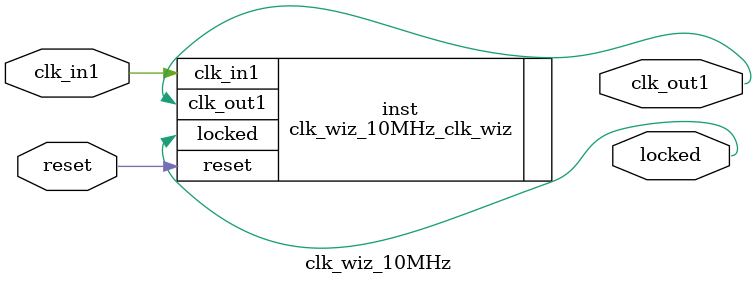
<source format=v>


`timescale 1ps/1ps

(* CORE_GENERATION_INFO = "clk_wiz_10MHz,clk_wiz_v6_0_3_0_0,{component_name=clk_wiz_10MHz,use_phase_alignment=true,use_min_o_jitter=false,use_max_i_jitter=false,use_dyn_phase_shift=false,use_inclk_switchover=false,use_dyn_reconfig=false,enable_axi=0,feedback_source=FDBK_AUTO,PRIMITIVE=PLL,num_out_clk=1,clkin1_period=10.000,clkin2_period=10.000,use_power_down=false,use_reset=true,use_locked=true,use_inclk_stopped=false,feedback_type=SINGLE,CLOCK_MGR_TYPE=NA,manual_override=false}" *)

module clk_wiz_10MHz 
 (
  // Clock out ports
  output        clk_out1,
  // Status and control signals
  input         reset,
  output        locked,
 // Clock in ports
  input         clk_in1
 );

  clk_wiz_10MHz_clk_wiz inst
  (
  // Clock out ports  
  .clk_out1(clk_out1),
  // Status and control signals               
  .reset(reset), 
  .locked(locked),
 // Clock in ports
  .clk_in1(clk_in1)
  );

endmodule

</source>
